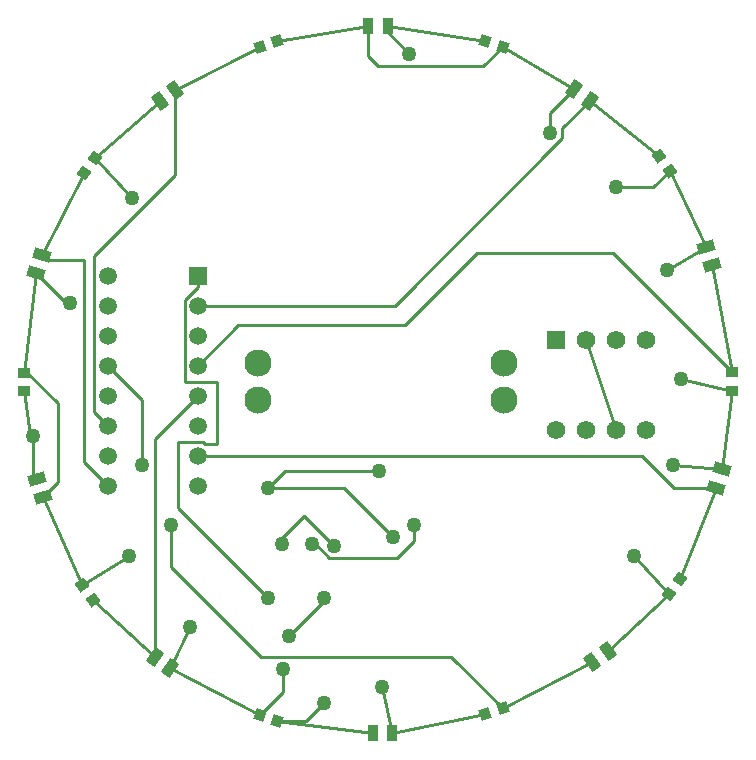
<source format=gtl>
G04*
G04 #@! TF.GenerationSoftware,Altium Limited,Altium Designer,18.1.11 (251)*
G04*
G04 Layer_Physical_Order=1*
G04 Layer_Color=255*
%FSLAX25Y25*%
%MOIN*%
G70*
G01*
G75*
%ADD12C,0.01000*%
G04:AMPARAMS|DCode=13|XSize=37.4mil|YSize=35.43mil|CornerRadius=0mil|HoleSize=0mil|Usage=FLASHONLY|Rotation=143.854|XOffset=0mil|YOffset=0mil|HoleType=Round|Shape=Rectangle|*
%AMROTATEDRECTD13*
4,1,4,0.02555,0.00328,0.00465,-0.02534,-0.02555,-0.00328,-0.00465,0.02534,0.02555,0.00328,0.0*
%
%ADD13ROTATEDRECTD13*%

G04:AMPARAMS|DCode=14|XSize=37.4mil|YSize=35.43mil|CornerRadius=0mil|HoleSize=0mil|Usage=FLASHONLY|Rotation=107.854|XOffset=0mil|YOffset=0mil|HoleType=Round|Shape=Rectangle|*
%AMROTATEDRECTD14*
4,1,4,0.02260,-0.01237,-0.01113,-0.02323,-0.02260,0.01237,0.01113,0.02323,0.02260,-0.01237,0.0*
%
%ADD14ROTATEDRECTD14*%

G04:AMPARAMS|DCode=15|XSize=37.4mil|YSize=35.43mil|CornerRadius=0mil|HoleSize=0mil|Usage=FLASHONLY|Rotation=71.854|XOffset=0mil|YOffset=0mil|HoleType=Round|Shape=Rectangle|*
%AMROTATEDRECTD15*
4,1,4,0.01101,-0.02329,-0.02266,-0.01225,-0.01101,0.02329,0.02266,0.01225,0.01101,-0.02329,0.0*
%
%ADD15ROTATEDRECTD15*%

G04:AMPARAMS|DCode=16|XSize=37.4mil|YSize=35.43mil|CornerRadius=0mil|HoleSize=0mil|Usage=FLASHONLY|Rotation=35.854|XOffset=0mil|YOffset=0mil|HoleType=Round|Shape=Rectangle|*
%AMROTATEDRECTD16*
4,1,4,-0.00478,-0.02531,-0.02553,0.00341,0.00478,0.02531,0.02553,-0.00341,-0.00478,-0.02531,0.0*
%
%ADD16ROTATEDRECTD16*%

G04:AMPARAMS|DCode=17|XSize=37.4mil|YSize=35.43mil|CornerRadius=0mil|HoleSize=0mil|Usage=FLASHONLY|Rotation=359.854|XOffset=0mil|YOffset=0mil|HoleType=Round|Shape=Rectangle|*
%AMROTATEDRECTD17*
4,1,4,-0.01875,-0.01767,-0.01866,0.01776,0.01875,0.01767,0.01866,-0.01776,-0.01875,-0.01767,0.0*
%
%ADD17ROTATEDRECTD17*%

G04:AMPARAMS|DCode=18|XSize=57mil|YSize=36mil|CornerRadius=0mil|HoleSize=0mil|Usage=FLASHONLY|Rotation=234.000|XOffset=0mil|YOffset=0mil|HoleType=Round|Shape=Rectangle|*
%AMROTATEDRECTD18*
4,1,4,0.00219,0.03364,0.03131,0.01248,-0.00219,-0.03364,-0.03131,-0.01248,0.00219,0.03364,0.0*
%
%ADD18ROTATEDRECTD18*%

G04:AMPARAMS|DCode=19|XSize=57mil|YSize=36mil|CornerRadius=0mil|HoleSize=0mil|Usage=FLASHONLY|Rotation=198.000|XOffset=0mil|YOffset=0mil|HoleType=Round|Shape=Rectangle|*
%AMROTATEDRECTD19*
4,1,4,0.02154,0.02593,0.03267,-0.00831,-0.02154,-0.02593,-0.03267,0.00831,0.02154,0.02593,0.0*
%
%ADD19ROTATEDRECTD19*%

G04:AMPARAMS|DCode=20|XSize=57mil|YSize=36mil|CornerRadius=0mil|HoleSize=0mil|Usage=FLASHONLY|Rotation=306.000|XOffset=0mil|YOffset=0mil|HoleType=Round|Shape=Rectangle|*
%AMROTATEDRECTD20*
4,1,4,-0.03131,0.01248,-0.00219,0.03364,0.03131,-0.01248,0.00219,-0.03364,-0.03131,0.01248,0.0*
%
%ADD20ROTATEDRECTD20*%

G04:AMPARAMS|DCode=21|XSize=57mil|YSize=36mil|CornerRadius=0mil|HoleSize=0mil|Usage=FLASHONLY|Rotation=162.000|XOffset=0mil|YOffset=0mil|HoleType=Round|Shape=Rectangle|*
%AMROTATEDRECTD21*
4,1,4,0.03267,0.00831,0.02154,-0.02593,-0.03267,-0.00831,-0.02154,0.02593,0.03267,0.00831,0.0*
%
%ADD21ROTATEDRECTD21*%

%ADD22R,0.03600X0.05700*%
%ADD39R,0.05906X0.05906*%
%ADD40C,0.05906*%
%ADD41R,0.06201X0.06201*%
%ADD42C,0.06201*%
%ADD43C,0.09055*%
%ADD44C,0.05000*%
D12*
X446000Y215500D02*
X458000Y227500D01*
X457500Y228000D02*
X458000Y227500D01*
X453500Y246000D02*
X454843D01*
X482000Y241500D02*
X487500Y247000D01*
X459343Y241500D02*
X482000D01*
X451000Y255500D02*
X461000Y245500D01*
X443500Y246000D02*
Y248000D01*
X451000Y255500D01*
X454843Y246000D02*
X459343Y241500D01*
X438740Y264740D02*
X464260D01*
X480500Y248500D01*
X438740Y264740D02*
X444500Y270500D01*
X476018D01*
X415500Y275500D02*
X563500D01*
X574104Y264896D01*
X441989Y187171D02*
X451671D01*
X457500Y193000D01*
X444000Y196941D02*
Y204500D01*
X436145Y189086D02*
X444000Y196941D01*
X408953Y258047D02*
X439000Y228000D01*
X401123Y208567D02*
Y281123D01*
X406500Y238500D02*
Y252500D01*
Y238500D02*
X436433Y208567D01*
X406301Y204805D02*
X413000Y218500D01*
X408953Y258047D02*
Y279953D01*
X436433Y208567D02*
X499800D01*
X408953Y279953D02*
X417344D01*
X417750Y279547D01*
X421953D01*
Y300047D01*
X411047D02*
X421953D01*
X411047D02*
Y327344D01*
X415500Y331797D01*
Y335500D01*
Y305500D02*
X429000Y319000D01*
X484457D01*
X508457Y343000D01*
X553987D01*
X593637Y303350D01*
X567323Y365000D02*
X572826Y370503D01*
X555000Y365000D02*
X567323D01*
X415500Y325500D02*
X481157D01*
X537000Y381343D01*
Y384799D01*
X546068Y393866D01*
X533000Y383000D02*
Y389738D01*
X540890Y397628D01*
X397000Y272500D02*
Y294000D01*
X385500Y305500D02*
X397000Y294000D01*
X407950Y368950D02*
Y397434D01*
X381000Y342000D02*
X407950Y368950D01*
X381000Y290000D02*
Y342000D01*
Y290000D02*
X385500Y285500D01*
X365143Y340890D02*
X377597D01*
Y273403D02*
Y340890D01*
Y273403D02*
X385500Y265500D01*
X371468Y326500D02*
X373000D01*
X361511Y336457D02*
X371468Y326500D01*
X360500Y269292D02*
Y282000D01*
Y269292D02*
X361885Y267906D01*
X358663Y303200D02*
X368863Y293000D01*
X357424Y303200D02*
X358663D01*
X368863Y266820D02*
Y293000D01*
X363489Y342543D02*
X365143Y340890D01*
X487500Y247000D02*
Y252500D01*
X401123Y281123D02*
X415500Y295500D01*
X499800Y208567D02*
X517048Y191319D01*
X510682Y405500D02*
X517072Y411890D01*
X475500Y405500D02*
X510682D01*
X472300Y408700D02*
X475500Y405500D01*
X478700Y416800D02*
X486000Y409500D01*
X472300Y408700D02*
Y418630D01*
X478700Y416800D02*
Y418630D01*
X574104Y264896D02*
X588065D01*
X545000Y314000D02*
X555000Y284000D01*
X357408Y297050D02*
X359647Y282478D01*
X363863Y261820D02*
X368863Y266820D01*
X381224Y374697D02*
X393500Y361500D01*
X572000Y337500D02*
X585011Y345043D01*
X576500Y301000D02*
X593622Y297200D01*
X574000Y272500D02*
X590042Y270982D01*
X561000Y242000D02*
X572441Y229360D01*
X477000Y198500D02*
X480200Y183000D01*
X376788Y232296D02*
X392500Y242000D01*
X380390Y227312D02*
X401123Y208567D01*
X363863Y261820D02*
X376788Y232296D01*
X357424Y303200D02*
X361511Y336457D01*
X363489Y342543D02*
X377597Y369731D01*
X381224Y374697D02*
X402772Y393672D01*
X407950Y397434D02*
X436047Y411898D01*
X441900Y413784D02*
X472300Y418630D01*
X478700Y418630D02*
X511211Y413753D01*
X517072Y411890D02*
X540890Y397628D01*
X546068Y393866D02*
X569224Y375488D01*
X572826Y370503D02*
X585011Y345043D01*
X586989Y338957D02*
X593637Y303350D01*
X590042Y270982D02*
X593622Y297200D01*
X576068Y234326D02*
X588065Y264896D01*
X552089Y210381D02*
X572441Y229360D01*
X517048Y191319D02*
X546911Y206619D01*
X480200Y183000D02*
X511195Y189434D01*
X441989Y187171D02*
X473800Y183000D01*
X406301Y204805D02*
X436145Y189086D01*
X380390Y227312D02*
X381101Y226601D01*
D13*
X576068Y234326D02*
D03*
X572441Y229360D02*
D03*
X377597Y369731D02*
D03*
X381224Y374697D02*
D03*
D14*
X517048Y191319D02*
D03*
X511195Y189434D02*
D03*
X436047Y411898D02*
D03*
X441900Y413784D02*
D03*
D15*
X441989Y187171D02*
D03*
X436145Y189086D02*
D03*
X511211Y413753D02*
D03*
X517072Y411890D02*
D03*
D16*
X380390Y227312D02*
D03*
X376788Y232296D02*
D03*
X569224Y375488D02*
D03*
X572826Y370503D02*
D03*
D17*
X357408Y297050D02*
D03*
X357424Y303200D02*
D03*
X593637Y303350D02*
D03*
X593622Y297200D02*
D03*
D18*
X401123Y208567D02*
D03*
X406301Y204805D02*
D03*
X540890Y397628D02*
D03*
X546068Y393866D02*
D03*
D19*
X363863Y261820D02*
D03*
X361885Y267906D02*
D03*
X586989Y338957D02*
D03*
X585011Y345043D02*
D03*
D20*
X546911Y206619D02*
D03*
X552089Y210381D02*
D03*
X402772Y393672D02*
D03*
X407950Y397434D02*
D03*
D21*
X363489Y342543D02*
D03*
X361511Y336457D02*
D03*
X590042Y270982D02*
D03*
X588065Y264896D02*
D03*
D22*
X480200Y183000D02*
D03*
X473800Y183000D02*
D03*
X478700Y418630D02*
D03*
X472300Y418630D02*
D03*
D39*
X415500Y335500D02*
D03*
D40*
Y325500D02*
D03*
Y315500D02*
D03*
Y305500D02*
D03*
Y295500D02*
D03*
Y285500D02*
D03*
Y275500D02*
D03*
Y265500D02*
D03*
X385500D02*
D03*
Y275500D02*
D03*
Y285500D02*
D03*
Y295500D02*
D03*
Y305500D02*
D03*
Y315500D02*
D03*
Y325500D02*
D03*
Y335500D02*
D03*
D41*
X535000Y314000D02*
D03*
D42*
X545000D02*
D03*
X555000D02*
D03*
X565000D02*
D03*
Y284000D02*
D03*
X555000D02*
D03*
X545000D02*
D03*
X535000D02*
D03*
D43*
X517445Y294094D02*
D03*
Y306299D02*
D03*
X435555D02*
D03*
Y294094D02*
D03*
D44*
X457500Y228000D02*
D03*
X446000Y215500D02*
D03*
X453500Y246000D02*
D03*
X461000Y245500D02*
D03*
X443500Y246000D02*
D03*
X457500Y193000D02*
D03*
X439000Y228000D02*
D03*
X406500Y252500D02*
D03*
X413000Y218500D02*
D03*
X555000Y365000D02*
D03*
X533000Y383000D02*
D03*
X397000Y272500D02*
D03*
X480500Y248500D02*
D03*
X373000Y326500D02*
D03*
X360500Y282000D02*
D03*
X444000Y204500D02*
D03*
X487500Y252500D02*
D03*
X476018Y270500D02*
D03*
X438740Y264740D02*
D03*
X486000Y409500D02*
D03*
X393500Y361500D02*
D03*
X572000Y337500D02*
D03*
X576500Y301000D02*
D03*
X574000Y272500D02*
D03*
X561000Y242000D02*
D03*
X477000Y198500D02*
D03*
X392500Y242000D02*
D03*
M02*

</source>
